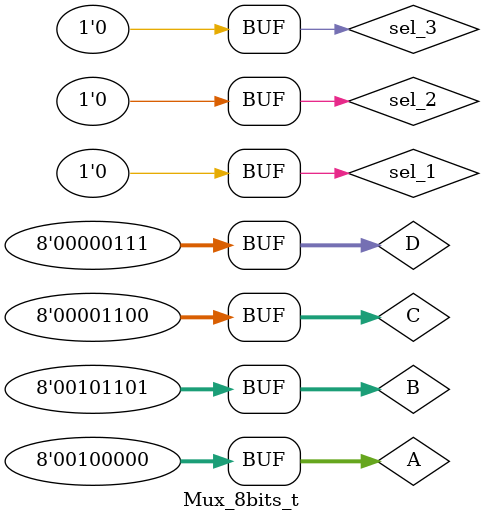
<source format=v>
`timescale 1ns / 1ps

module Mux_8bits_t;
reg [8-1:0]A, B, C, D;
wire [8-1:0] F;
reg sel_1 = 0, sel_2 = 0, sel_3 = 0;
Mux_8bits M8(.a(A), .b(B), .c(C), .d(D), .sel1(sel_1), .sel2(sel_2), .sel3(sel_3), .f(F));
initial begin
    A[8-1:0] = 8'd32;
    B[8-1:0] = 8'd45;
    C[8-1:0] = 8'd12;
    D[8-1:0] = 8'd7;
    
    repeat (2 ** 3) begin
         #1 {sel_1, sel_2, sel_3} = {sel_1, sel_2, sel_3} + 1'b1;
     end
    
end
    
endmodule

</source>
